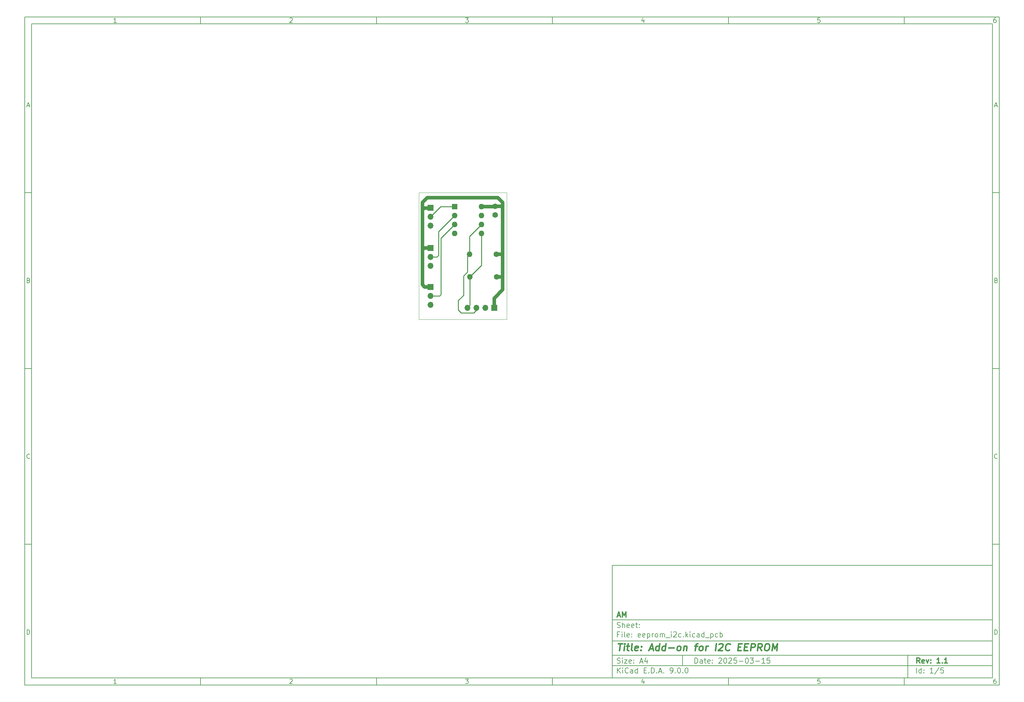
<source format=gbr>
G04 #@! TF.GenerationSoftware,KiCad,Pcbnew,9.0.0*
G04 #@! TF.CreationDate,2025-03-16T20:45:09+01:00*
G04 #@! TF.ProjectId,eeprom_i2c,65657072-6f6d-45f6-9932-632e6b696361,1.1*
G04 #@! TF.SameCoordinates,PX7459280PY5b8d800*
G04 #@! TF.FileFunction,Copper,L1,Top*
G04 #@! TF.FilePolarity,Positive*
%FSLAX46Y46*%
G04 Gerber Fmt 4.6, Leading zero omitted, Abs format (unit mm)*
G04 Created by KiCad (PCBNEW 9.0.0) date 2025-03-16 20:45:09*
%MOMM*%
%LPD*%
G01*
G04 APERTURE LIST*
%ADD10C,0.100000*%
%ADD11C,0.150000*%
%ADD12C,0.300000*%
%ADD13C,0.400000*%
G04 #@! TA.AperFunction,ComponentPad*
%ADD14C,1.600000*%
G04 #@! TD*
G04 #@! TA.AperFunction,ComponentPad*
%ADD15O,1.600000X1.600000*%
G04 #@! TD*
G04 #@! TA.AperFunction,ComponentPad*
%ADD16R,1.700000X1.700000*%
G04 #@! TD*
G04 #@! TA.AperFunction,ComponentPad*
%ADD17O,1.700000X1.700000*%
G04 #@! TD*
G04 #@! TA.AperFunction,ComponentPad*
%ADD18R,1.600000X1.600000*%
G04 #@! TD*
G04 #@! TA.AperFunction,Conductor*
%ADD19C,0.250000*%
G04 #@! TD*
G04 #@! TA.AperFunction,Conductor*
%ADD20C,1.000000*%
G04 #@! TD*
G04 #@! TA.AperFunction,Profile*
%ADD21C,0.050000*%
G04 #@! TD*
G04 APERTURE END LIST*
D10*
D11*
X55002200Y-70007200D02*
X163002200Y-70007200D01*
X163002200Y-102007200D01*
X55002200Y-102007200D01*
X55002200Y-70007200D01*
D10*
D11*
X-112000000Y86000000D02*
X165002200Y86000000D01*
X165002200Y-104007200D01*
X-112000000Y-104007200D01*
X-112000000Y86000000D01*
D10*
D11*
X-110000000Y84000000D02*
X163002200Y84000000D01*
X163002200Y-102007200D01*
X-110000000Y-102007200D01*
X-110000000Y84000000D01*
D10*
D11*
X-62000000Y84000000D02*
X-62000000Y86000000D01*
D10*
D11*
X-12000000Y84000000D02*
X-12000000Y86000000D01*
D10*
D11*
X38000000Y84000000D02*
X38000000Y86000000D01*
D10*
D11*
X88000000Y84000000D02*
X88000000Y86000000D01*
D10*
D11*
X138000000Y84000000D02*
X138000000Y86000000D01*
D10*
D11*
X-85910840Y84406396D02*
X-86653697Y84406396D01*
X-86282269Y84406396D02*
X-86282269Y85706396D01*
X-86282269Y85706396D02*
X-86406078Y85520681D01*
X-86406078Y85520681D02*
X-86529888Y85396872D01*
X-86529888Y85396872D02*
X-86653697Y85334967D01*
D10*
D11*
X-36653697Y85582586D02*
X-36591793Y85644491D01*
X-36591793Y85644491D02*
X-36467983Y85706396D01*
X-36467983Y85706396D02*
X-36158459Y85706396D01*
X-36158459Y85706396D02*
X-36034650Y85644491D01*
X-36034650Y85644491D02*
X-35972745Y85582586D01*
X-35972745Y85582586D02*
X-35910840Y85458777D01*
X-35910840Y85458777D02*
X-35910840Y85334967D01*
X-35910840Y85334967D02*
X-35972745Y85149253D01*
X-35972745Y85149253D02*
X-36715602Y84406396D01*
X-36715602Y84406396D02*
X-35910840Y84406396D01*
D10*
D11*
X13284398Y85706396D02*
X14089160Y85706396D01*
X14089160Y85706396D02*
X13655826Y85211158D01*
X13655826Y85211158D02*
X13841541Y85211158D01*
X13841541Y85211158D02*
X13965350Y85149253D01*
X13965350Y85149253D02*
X14027255Y85087348D01*
X14027255Y85087348D02*
X14089160Y84963539D01*
X14089160Y84963539D02*
X14089160Y84654015D01*
X14089160Y84654015D02*
X14027255Y84530205D01*
X14027255Y84530205D02*
X13965350Y84468300D01*
X13965350Y84468300D02*
X13841541Y84406396D01*
X13841541Y84406396D02*
X13470112Y84406396D01*
X13470112Y84406396D02*
X13346303Y84468300D01*
X13346303Y84468300D02*
X13284398Y84530205D01*
D10*
D11*
X63965350Y85273062D02*
X63965350Y84406396D01*
X63655826Y85768300D02*
X63346303Y84839729D01*
X63346303Y84839729D02*
X64151064Y84839729D01*
D10*
D11*
X114027255Y85706396D02*
X113408207Y85706396D01*
X113408207Y85706396D02*
X113346303Y85087348D01*
X113346303Y85087348D02*
X113408207Y85149253D01*
X113408207Y85149253D02*
X113532017Y85211158D01*
X113532017Y85211158D02*
X113841541Y85211158D01*
X113841541Y85211158D02*
X113965350Y85149253D01*
X113965350Y85149253D02*
X114027255Y85087348D01*
X114027255Y85087348D02*
X114089160Y84963539D01*
X114089160Y84963539D02*
X114089160Y84654015D01*
X114089160Y84654015D02*
X114027255Y84530205D01*
X114027255Y84530205D02*
X113965350Y84468300D01*
X113965350Y84468300D02*
X113841541Y84406396D01*
X113841541Y84406396D02*
X113532017Y84406396D01*
X113532017Y84406396D02*
X113408207Y84468300D01*
X113408207Y84468300D02*
X113346303Y84530205D01*
D10*
D11*
X163965350Y85706396D02*
X163717731Y85706396D01*
X163717731Y85706396D02*
X163593922Y85644491D01*
X163593922Y85644491D02*
X163532017Y85582586D01*
X163532017Y85582586D02*
X163408207Y85396872D01*
X163408207Y85396872D02*
X163346303Y85149253D01*
X163346303Y85149253D02*
X163346303Y84654015D01*
X163346303Y84654015D02*
X163408207Y84530205D01*
X163408207Y84530205D02*
X163470112Y84468300D01*
X163470112Y84468300D02*
X163593922Y84406396D01*
X163593922Y84406396D02*
X163841541Y84406396D01*
X163841541Y84406396D02*
X163965350Y84468300D01*
X163965350Y84468300D02*
X164027255Y84530205D01*
X164027255Y84530205D02*
X164089160Y84654015D01*
X164089160Y84654015D02*
X164089160Y84963539D01*
X164089160Y84963539D02*
X164027255Y85087348D01*
X164027255Y85087348D02*
X163965350Y85149253D01*
X163965350Y85149253D02*
X163841541Y85211158D01*
X163841541Y85211158D02*
X163593922Y85211158D01*
X163593922Y85211158D02*
X163470112Y85149253D01*
X163470112Y85149253D02*
X163408207Y85087348D01*
X163408207Y85087348D02*
X163346303Y84963539D01*
D10*
D11*
X-62000000Y-102007200D02*
X-62000000Y-104007200D01*
D10*
D11*
X-12000000Y-102007200D02*
X-12000000Y-104007200D01*
D10*
D11*
X38000000Y-102007200D02*
X38000000Y-104007200D01*
D10*
D11*
X88000000Y-102007200D02*
X88000000Y-104007200D01*
D10*
D11*
X138000000Y-102007200D02*
X138000000Y-104007200D01*
D10*
D11*
X-85910840Y-103600804D02*
X-86653697Y-103600804D01*
X-86282269Y-103600804D02*
X-86282269Y-102300804D01*
X-86282269Y-102300804D02*
X-86406078Y-102486519D01*
X-86406078Y-102486519D02*
X-86529888Y-102610328D01*
X-86529888Y-102610328D02*
X-86653697Y-102672233D01*
D10*
D11*
X-36653697Y-102424614D02*
X-36591793Y-102362709D01*
X-36591793Y-102362709D02*
X-36467983Y-102300804D01*
X-36467983Y-102300804D02*
X-36158459Y-102300804D01*
X-36158459Y-102300804D02*
X-36034650Y-102362709D01*
X-36034650Y-102362709D02*
X-35972745Y-102424614D01*
X-35972745Y-102424614D02*
X-35910840Y-102548423D01*
X-35910840Y-102548423D02*
X-35910840Y-102672233D01*
X-35910840Y-102672233D02*
X-35972745Y-102857947D01*
X-35972745Y-102857947D02*
X-36715602Y-103600804D01*
X-36715602Y-103600804D02*
X-35910840Y-103600804D01*
D10*
D11*
X13284398Y-102300804D02*
X14089160Y-102300804D01*
X14089160Y-102300804D02*
X13655826Y-102796042D01*
X13655826Y-102796042D02*
X13841541Y-102796042D01*
X13841541Y-102796042D02*
X13965350Y-102857947D01*
X13965350Y-102857947D02*
X14027255Y-102919852D01*
X14027255Y-102919852D02*
X14089160Y-103043661D01*
X14089160Y-103043661D02*
X14089160Y-103353185D01*
X14089160Y-103353185D02*
X14027255Y-103476995D01*
X14027255Y-103476995D02*
X13965350Y-103538900D01*
X13965350Y-103538900D02*
X13841541Y-103600804D01*
X13841541Y-103600804D02*
X13470112Y-103600804D01*
X13470112Y-103600804D02*
X13346303Y-103538900D01*
X13346303Y-103538900D02*
X13284398Y-103476995D01*
D10*
D11*
X63965350Y-102734138D02*
X63965350Y-103600804D01*
X63655826Y-102238900D02*
X63346303Y-103167471D01*
X63346303Y-103167471D02*
X64151064Y-103167471D01*
D10*
D11*
X114027255Y-102300804D02*
X113408207Y-102300804D01*
X113408207Y-102300804D02*
X113346303Y-102919852D01*
X113346303Y-102919852D02*
X113408207Y-102857947D01*
X113408207Y-102857947D02*
X113532017Y-102796042D01*
X113532017Y-102796042D02*
X113841541Y-102796042D01*
X113841541Y-102796042D02*
X113965350Y-102857947D01*
X113965350Y-102857947D02*
X114027255Y-102919852D01*
X114027255Y-102919852D02*
X114089160Y-103043661D01*
X114089160Y-103043661D02*
X114089160Y-103353185D01*
X114089160Y-103353185D02*
X114027255Y-103476995D01*
X114027255Y-103476995D02*
X113965350Y-103538900D01*
X113965350Y-103538900D02*
X113841541Y-103600804D01*
X113841541Y-103600804D02*
X113532017Y-103600804D01*
X113532017Y-103600804D02*
X113408207Y-103538900D01*
X113408207Y-103538900D02*
X113346303Y-103476995D01*
D10*
D11*
X163965350Y-102300804D02*
X163717731Y-102300804D01*
X163717731Y-102300804D02*
X163593922Y-102362709D01*
X163593922Y-102362709D02*
X163532017Y-102424614D01*
X163532017Y-102424614D02*
X163408207Y-102610328D01*
X163408207Y-102610328D02*
X163346303Y-102857947D01*
X163346303Y-102857947D02*
X163346303Y-103353185D01*
X163346303Y-103353185D02*
X163408207Y-103476995D01*
X163408207Y-103476995D02*
X163470112Y-103538900D01*
X163470112Y-103538900D02*
X163593922Y-103600804D01*
X163593922Y-103600804D02*
X163841541Y-103600804D01*
X163841541Y-103600804D02*
X163965350Y-103538900D01*
X163965350Y-103538900D02*
X164027255Y-103476995D01*
X164027255Y-103476995D02*
X164089160Y-103353185D01*
X164089160Y-103353185D02*
X164089160Y-103043661D01*
X164089160Y-103043661D02*
X164027255Y-102919852D01*
X164027255Y-102919852D02*
X163965350Y-102857947D01*
X163965350Y-102857947D02*
X163841541Y-102796042D01*
X163841541Y-102796042D02*
X163593922Y-102796042D01*
X163593922Y-102796042D02*
X163470112Y-102857947D01*
X163470112Y-102857947D02*
X163408207Y-102919852D01*
X163408207Y-102919852D02*
X163346303Y-103043661D01*
D10*
D11*
X-112000000Y36000000D02*
X-110000000Y36000000D01*
D10*
D11*
X-112000000Y-14000000D02*
X-110000000Y-14000000D01*
D10*
D11*
X-112000000Y-64000000D02*
X-110000000Y-64000000D01*
D10*
D11*
X-111309524Y60777824D02*
X-110690477Y60777824D01*
X-111433334Y60406396D02*
X-111000001Y61706396D01*
X-111000001Y61706396D02*
X-110566667Y60406396D01*
D10*
D11*
X-110907143Y11087348D02*
X-110721429Y11025443D01*
X-110721429Y11025443D02*
X-110659524Y10963539D01*
X-110659524Y10963539D02*
X-110597620Y10839729D01*
X-110597620Y10839729D02*
X-110597620Y10654015D01*
X-110597620Y10654015D02*
X-110659524Y10530205D01*
X-110659524Y10530205D02*
X-110721429Y10468300D01*
X-110721429Y10468300D02*
X-110845239Y10406396D01*
X-110845239Y10406396D02*
X-111340477Y10406396D01*
X-111340477Y10406396D02*
X-111340477Y11706396D01*
X-111340477Y11706396D02*
X-110907143Y11706396D01*
X-110907143Y11706396D02*
X-110783334Y11644491D01*
X-110783334Y11644491D02*
X-110721429Y11582586D01*
X-110721429Y11582586D02*
X-110659524Y11458777D01*
X-110659524Y11458777D02*
X-110659524Y11334967D01*
X-110659524Y11334967D02*
X-110721429Y11211158D01*
X-110721429Y11211158D02*
X-110783334Y11149253D01*
X-110783334Y11149253D02*
X-110907143Y11087348D01*
X-110907143Y11087348D02*
X-111340477Y11087348D01*
D10*
D11*
X-110597620Y-39469795D02*
X-110659524Y-39531700D01*
X-110659524Y-39531700D02*
X-110845239Y-39593604D01*
X-110845239Y-39593604D02*
X-110969048Y-39593604D01*
X-110969048Y-39593604D02*
X-111154762Y-39531700D01*
X-111154762Y-39531700D02*
X-111278572Y-39407890D01*
X-111278572Y-39407890D02*
X-111340477Y-39284080D01*
X-111340477Y-39284080D02*
X-111402381Y-39036461D01*
X-111402381Y-39036461D02*
X-111402381Y-38850747D01*
X-111402381Y-38850747D02*
X-111340477Y-38603128D01*
X-111340477Y-38603128D02*
X-111278572Y-38479319D01*
X-111278572Y-38479319D02*
X-111154762Y-38355509D01*
X-111154762Y-38355509D02*
X-110969048Y-38293604D01*
X-110969048Y-38293604D02*
X-110845239Y-38293604D01*
X-110845239Y-38293604D02*
X-110659524Y-38355509D01*
X-110659524Y-38355509D02*
X-110597620Y-38417414D01*
D10*
D11*
X-111340477Y-89593604D02*
X-111340477Y-88293604D01*
X-111340477Y-88293604D02*
X-111030953Y-88293604D01*
X-111030953Y-88293604D02*
X-110845239Y-88355509D01*
X-110845239Y-88355509D02*
X-110721429Y-88479319D01*
X-110721429Y-88479319D02*
X-110659524Y-88603128D01*
X-110659524Y-88603128D02*
X-110597620Y-88850747D01*
X-110597620Y-88850747D02*
X-110597620Y-89036461D01*
X-110597620Y-89036461D02*
X-110659524Y-89284080D01*
X-110659524Y-89284080D02*
X-110721429Y-89407890D01*
X-110721429Y-89407890D02*
X-110845239Y-89531700D01*
X-110845239Y-89531700D02*
X-111030953Y-89593604D01*
X-111030953Y-89593604D02*
X-111340477Y-89593604D01*
D10*
D11*
X165002200Y36000000D02*
X163002200Y36000000D01*
D10*
D11*
X165002200Y-14000000D02*
X163002200Y-14000000D01*
D10*
D11*
X165002200Y-64000000D02*
X163002200Y-64000000D01*
D10*
D11*
X163692676Y60777824D02*
X164311723Y60777824D01*
X163568866Y60406396D02*
X164002199Y61706396D01*
X164002199Y61706396D02*
X164435533Y60406396D01*
D10*
D11*
X164095057Y11087348D02*
X164280771Y11025443D01*
X164280771Y11025443D02*
X164342676Y10963539D01*
X164342676Y10963539D02*
X164404580Y10839729D01*
X164404580Y10839729D02*
X164404580Y10654015D01*
X164404580Y10654015D02*
X164342676Y10530205D01*
X164342676Y10530205D02*
X164280771Y10468300D01*
X164280771Y10468300D02*
X164156961Y10406396D01*
X164156961Y10406396D02*
X163661723Y10406396D01*
X163661723Y10406396D02*
X163661723Y11706396D01*
X163661723Y11706396D02*
X164095057Y11706396D01*
X164095057Y11706396D02*
X164218866Y11644491D01*
X164218866Y11644491D02*
X164280771Y11582586D01*
X164280771Y11582586D02*
X164342676Y11458777D01*
X164342676Y11458777D02*
X164342676Y11334967D01*
X164342676Y11334967D02*
X164280771Y11211158D01*
X164280771Y11211158D02*
X164218866Y11149253D01*
X164218866Y11149253D02*
X164095057Y11087348D01*
X164095057Y11087348D02*
X163661723Y11087348D01*
D10*
D11*
X164404580Y-39469795D02*
X164342676Y-39531700D01*
X164342676Y-39531700D02*
X164156961Y-39593604D01*
X164156961Y-39593604D02*
X164033152Y-39593604D01*
X164033152Y-39593604D02*
X163847438Y-39531700D01*
X163847438Y-39531700D02*
X163723628Y-39407890D01*
X163723628Y-39407890D02*
X163661723Y-39284080D01*
X163661723Y-39284080D02*
X163599819Y-39036461D01*
X163599819Y-39036461D02*
X163599819Y-38850747D01*
X163599819Y-38850747D02*
X163661723Y-38603128D01*
X163661723Y-38603128D02*
X163723628Y-38479319D01*
X163723628Y-38479319D02*
X163847438Y-38355509D01*
X163847438Y-38355509D02*
X164033152Y-38293604D01*
X164033152Y-38293604D02*
X164156961Y-38293604D01*
X164156961Y-38293604D02*
X164342676Y-38355509D01*
X164342676Y-38355509D02*
X164404580Y-38417414D01*
D10*
D11*
X163661723Y-89593604D02*
X163661723Y-88293604D01*
X163661723Y-88293604D02*
X163971247Y-88293604D01*
X163971247Y-88293604D02*
X164156961Y-88355509D01*
X164156961Y-88355509D02*
X164280771Y-88479319D01*
X164280771Y-88479319D02*
X164342676Y-88603128D01*
X164342676Y-88603128D02*
X164404580Y-88850747D01*
X164404580Y-88850747D02*
X164404580Y-89036461D01*
X164404580Y-89036461D02*
X164342676Y-89284080D01*
X164342676Y-89284080D02*
X164280771Y-89407890D01*
X164280771Y-89407890D02*
X164156961Y-89531700D01*
X164156961Y-89531700D02*
X163971247Y-89593604D01*
X163971247Y-89593604D02*
X163661723Y-89593604D01*
D10*
D11*
X78458026Y-97793328D02*
X78458026Y-96293328D01*
X78458026Y-96293328D02*
X78815169Y-96293328D01*
X78815169Y-96293328D02*
X79029455Y-96364757D01*
X79029455Y-96364757D02*
X79172312Y-96507614D01*
X79172312Y-96507614D02*
X79243741Y-96650471D01*
X79243741Y-96650471D02*
X79315169Y-96936185D01*
X79315169Y-96936185D02*
X79315169Y-97150471D01*
X79315169Y-97150471D02*
X79243741Y-97436185D01*
X79243741Y-97436185D02*
X79172312Y-97579042D01*
X79172312Y-97579042D02*
X79029455Y-97721900D01*
X79029455Y-97721900D02*
X78815169Y-97793328D01*
X78815169Y-97793328D02*
X78458026Y-97793328D01*
X80600884Y-97793328D02*
X80600884Y-97007614D01*
X80600884Y-97007614D02*
X80529455Y-96864757D01*
X80529455Y-96864757D02*
X80386598Y-96793328D01*
X80386598Y-96793328D02*
X80100884Y-96793328D01*
X80100884Y-96793328D02*
X79958026Y-96864757D01*
X80600884Y-97721900D02*
X80458026Y-97793328D01*
X80458026Y-97793328D02*
X80100884Y-97793328D01*
X80100884Y-97793328D02*
X79958026Y-97721900D01*
X79958026Y-97721900D02*
X79886598Y-97579042D01*
X79886598Y-97579042D02*
X79886598Y-97436185D01*
X79886598Y-97436185D02*
X79958026Y-97293328D01*
X79958026Y-97293328D02*
X80100884Y-97221900D01*
X80100884Y-97221900D02*
X80458026Y-97221900D01*
X80458026Y-97221900D02*
X80600884Y-97150471D01*
X81100884Y-96793328D02*
X81672312Y-96793328D01*
X81315169Y-96293328D02*
X81315169Y-97579042D01*
X81315169Y-97579042D02*
X81386598Y-97721900D01*
X81386598Y-97721900D02*
X81529455Y-97793328D01*
X81529455Y-97793328D02*
X81672312Y-97793328D01*
X82743741Y-97721900D02*
X82600884Y-97793328D01*
X82600884Y-97793328D02*
X82315170Y-97793328D01*
X82315170Y-97793328D02*
X82172312Y-97721900D01*
X82172312Y-97721900D02*
X82100884Y-97579042D01*
X82100884Y-97579042D02*
X82100884Y-97007614D01*
X82100884Y-97007614D02*
X82172312Y-96864757D01*
X82172312Y-96864757D02*
X82315170Y-96793328D01*
X82315170Y-96793328D02*
X82600884Y-96793328D01*
X82600884Y-96793328D02*
X82743741Y-96864757D01*
X82743741Y-96864757D02*
X82815170Y-97007614D01*
X82815170Y-97007614D02*
X82815170Y-97150471D01*
X82815170Y-97150471D02*
X82100884Y-97293328D01*
X83458026Y-97650471D02*
X83529455Y-97721900D01*
X83529455Y-97721900D02*
X83458026Y-97793328D01*
X83458026Y-97793328D02*
X83386598Y-97721900D01*
X83386598Y-97721900D02*
X83458026Y-97650471D01*
X83458026Y-97650471D02*
X83458026Y-97793328D01*
X83458026Y-96864757D02*
X83529455Y-96936185D01*
X83529455Y-96936185D02*
X83458026Y-97007614D01*
X83458026Y-97007614D02*
X83386598Y-96936185D01*
X83386598Y-96936185D02*
X83458026Y-96864757D01*
X83458026Y-96864757D02*
X83458026Y-97007614D01*
X85243741Y-96436185D02*
X85315169Y-96364757D01*
X85315169Y-96364757D02*
X85458027Y-96293328D01*
X85458027Y-96293328D02*
X85815169Y-96293328D01*
X85815169Y-96293328D02*
X85958027Y-96364757D01*
X85958027Y-96364757D02*
X86029455Y-96436185D01*
X86029455Y-96436185D02*
X86100884Y-96579042D01*
X86100884Y-96579042D02*
X86100884Y-96721900D01*
X86100884Y-96721900D02*
X86029455Y-96936185D01*
X86029455Y-96936185D02*
X85172312Y-97793328D01*
X85172312Y-97793328D02*
X86100884Y-97793328D01*
X87029455Y-96293328D02*
X87172312Y-96293328D01*
X87172312Y-96293328D02*
X87315169Y-96364757D01*
X87315169Y-96364757D02*
X87386598Y-96436185D01*
X87386598Y-96436185D02*
X87458026Y-96579042D01*
X87458026Y-96579042D02*
X87529455Y-96864757D01*
X87529455Y-96864757D02*
X87529455Y-97221900D01*
X87529455Y-97221900D02*
X87458026Y-97507614D01*
X87458026Y-97507614D02*
X87386598Y-97650471D01*
X87386598Y-97650471D02*
X87315169Y-97721900D01*
X87315169Y-97721900D02*
X87172312Y-97793328D01*
X87172312Y-97793328D02*
X87029455Y-97793328D01*
X87029455Y-97793328D02*
X86886598Y-97721900D01*
X86886598Y-97721900D02*
X86815169Y-97650471D01*
X86815169Y-97650471D02*
X86743740Y-97507614D01*
X86743740Y-97507614D02*
X86672312Y-97221900D01*
X86672312Y-97221900D02*
X86672312Y-96864757D01*
X86672312Y-96864757D02*
X86743740Y-96579042D01*
X86743740Y-96579042D02*
X86815169Y-96436185D01*
X86815169Y-96436185D02*
X86886598Y-96364757D01*
X86886598Y-96364757D02*
X87029455Y-96293328D01*
X88100883Y-96436185D02*
X88172311Y-96364757D01*
X88172311Y-96364757D02*
X88315169Y-96293328D01*
X88315169Y-96293328D02*
X88672311Y-96293328D01*
X88672311Y-96293328D02*
X88815169Y-96364757D01*
X88815169Y-96364757D02*
X88886597Y-96436185D01*
X88886597Y-96436185D02*
X88958026Y-96579042D01*
X88958026Y-96579042D02*
X88958026Y-96721900D01*
X88958026Y-96721900D02*
X88886597Y-96936185D01*
X88886597Y-96936185D02*
X88029454Y-97793328D01*
X88029454Y-97793328D02*
X88958026Y-97793328D01*
X90315168Y-96293328D02*
X89600882Y-96293328D01*
X89600882Y-96293328D02*
X89529454Y-97007614D01*
X89529454Y-97007614D02*
X89600882Y-96936185D01*
X89600882Y-96936185D02*
X89743740Y-96864757D01*
X89743740Y-96864757D02*
X90100882Y-96864757D01*
X90100882Y-96864757D02*
X90243740Y-96936185D01*
X90243740Y-96936185D02*
X90315168Y-97007614D01*
X90315168Y-97007614D02*
X90386597Y-97150471D01*
X90386597Y-97150471D02*
X90386597Y-97507614D01*
X90386597Y-97507614D02*
X90315168Y-97650471D01*
X90315168Y-97650471D02*
X90243740Y-97721900D01*
X90243740Y-97721900D02*
X90100882Y-97793328D01*
X90100882Y-97793328D02*
X89743740Y-97793328D01*
X89743740Y-97793328D02*
X89600882Y-97721900D01*
X89600882Y-97721900D02*
X89529454Y-97650471D01*
X91029453Y-97221900D02*
X92172311Y-97221900D01*
X93172311Y-96293328D02*
X93315168Y-96293328D01*
X93315168Y-96293328D02*
X93458025Y-96364757D01*
X93458025Y-96364757D02*
X93529454Y-96436185D01*
X93529454Y-96436185D02*
X93600882Y-96579042D01*
X93600882Y-96579042D02*
X93672311Y-96864757D01*
X93672311Y-96864757D02*
X93672311Y-97221900D01*
X93672311Y-97221900D02*
X93600882Y-97507614D01*
X93600882Y-97507614D02*
X93529454Y-97650471D01*
X93529454Y-97650471D02*
X93458025Y-97721900D01*
X93458025Y-97721900D02*
X93315168Y-97793328D01*
X93315168Y-97793328D02*
X93172311Y-97793328D01*
X93172311Y-97793328D02*
X93029454Y-97721900D01*
X93029454Y-97721900D02*
X92958025Y-97650471D01*
X92958025Y-97650471D02*
X92886596Y-97507614D01*
X92886596Y-97507614D02*
X92815168Y-97221900D01*
X92815168Y-97221900D02*
X92815168Y-96864757D01*
X92815168Y-96864757D02*
X92886596Y-96579042D01*
X92886596Y-96579042D02*
X92958025Y-96436185D01*
X92958025Y-96436185D02*
X93029454Y-96364757D01*
X93029454Y-96364757D02*
X93172311Y-96293328D01*
X94172310Y-96293328D02*
X95100882Y-96293328D01*
X95100882Y-96293328D02*
X94600882Y-96864757D01*
X94600882Y-96864757D02*
X94815167Y-96864757D01*
X94815167Y-96864757D02*
X94958025Y-96936185D01*
X94958025Y-96936185D02*
X95029453Y-97007614D01*
X95029453Y-97007614D02*
X95100882Y-97150471D01*
X95100882Y-97150471D02*
X95100882Y-97507614D01*
X95100882Y-97507614D02*
X95029453Y-97650471D01*
X95029453Y-97650471D02*
X94958025Y-97721900D01*
X94958025Y-97721900D02*
X94815167Y-97793328D01*
X94815167Y-97793328D02*
X94386596Y-97793328D01*
X94386596Y-97793328D02*
X94243739Y-97721900D01*
X94243739Y-97721900D02*
X94172310Y-97650471D01*
X95743738Y-97221900D02*
X96886596Y-97221900D01*
X98386596Y-97793328D02*
X97529453Y-97793328D01*
X97958024Y-97793328D02*
X97958024Y-96293328D01*
X97958024Y-96293328D02*
X97815167Y-96507614D01*
X97815167Y-96507614D02*
X97672310Y-96650471D01*
X97672310Y-96650471D02*
X97529453Y-96721900D01*
X99743738Y-96293328D02*
X99029452Y-96293328D01*
X99029452Y-96293328D02*
X98958024Y-97007614D01*
X98958024Y-97007614D02*
X99029452Y-96936185D01*
X99029452Y-96936185D02*
X99172310Y-96864757D01*
X99172310Y-96864757D02*
X99529452Y-96864757D01*
X99529452Y-96864757D02*
X99672310Y-96936185D01*
X99672310Y-96936185D02*
X99743738Y-97007614D01*
X99743738Y-97007614D02*
X99815167Y-97150471D01*
X99815167Y-97150471D02*
X99815167Y-97507614D01*
X99815167Y-97507614D02*
X99743738Y-97650471D01*
X99743738Y-97650471D02*
X99672310Y-97721900D01*
X99672310Y-97721900D02*
X99529452Y-97793328D01*
X99529452Y-97793328D02*
X99172310Y-97793328D01*
X99172310Y-97793328D02*
X99029452Y-97721900D01*
X99029452Y-97721900D02*
X98958024Y-97650471D01*
D10*
D11*
X55002200Y-98507200D02*
X163002200Y-98507200D01*
D10*
D11*
X56458026Y-100593328D02*
X56458026Y-99093328D01*
X57315169Y-100593328D02*
X56672312Y-99736185D01*
X57315169Y-99093328D02*
X56458026Y-99950471D01*
X57958026Y-100593328D02*
X57958026Y-99593328D01*
X57958026Y-99093328D02*
X57886598Y-99164757D01*
X57886598Y-99164757D02*
X57958026Y-99236185D01*
X57958026Y-99236185D02*
X58029455Y-99164757D01*
X58029455Y-99164757D02*
X57958026Y-99093328D01*
X57958026Y-99093328D02*
X57958026Y-99236185D01*
X59529455Y-100450471D02*
X59458027Y-100521900D01*
X59458027Y-100521900D02*
X59243741Y-100593328D01*
X59243741Y-100593328D02*
X59100884Y-100593328D01*
X59100884Y-100593328D02*
X58886598Y-100521900D01*
X58886598Y-100521900D02*
X58743741Y-100379042D01*
X58743741Y-100379042D02*
X58672312Y-100236185D01*
X58672312Y-100236185D02*
X58600884Y-99950471D01*
X58600884Y-99950471D02*
X58600884Y-99736185D01*
X58600884Y-99736185D02*
X58672312Y-99450471D01*
X58672312Y-99450471D02*
X58743741Y-99307614D01*
X58743741Y-99307614D02*
X58886598Y-99164757D01*
X58886598Y-99164757D02*
X59100884Y-99093328D01*
X59100884Y-99093328D02*
X59243741Y-99093328D01*
X59243741Y-99093328D02*
X59458027Y-99164757D01*
X59458027Y-99164757D02*
X59529455Y-99236185D01*
X60815170Y-100593328D02*
X60815170Y-99807614D01*
X60815170Y-99807614D02*
X60743741Y-99664757D01*
X60743741Y-99664757D02*
X60600884Y-99593328D01*
X60600884Y-99593328D02*
X60315170Y-99593328D01*
X60315170Y-99593328D02*
X60172312Y-99664757D01*
X60815170Y-100521900D02*
X60672312Y-100593328D01*
X60672312Y-100593328D02*
X60315170Y-100593328D01*
X60315170Y-100593328D02*
X60172312Y-100521900D01*
X60172312Y-100521900D02*
X60100884Y-100379042D01*
X60100884Y-100379042D02*
X60100884Y-100236185D01*
X60100884Y-100236185D02*
X60172312Y-100093328D01*
X60172312Y-100093328D02*
X60315170Y-100021900D01*
X60315170Y-100021900D02*
X60672312Y-100021900D01*
X60672312Y-100021900D02*
X60815170Y-99950471D01*
X62172313Y-100593328D02*
X62172313Y-99093328D01*
X62172313Y-100521900D02*
X62029455Y-100593328D01*
X62029455Y-100593328D02*
X61743741Y-100593328D01*
X61743741Y-100593328D02*
X61600884Y-100521900D01*
X61600884Y-100521900D02*
X61529455Y-100450471D01*
X61529455Y-100450471D02*
X61458027Y-100307614D01*
X61458027Y-100307614D02*
X61458027Y-99879042D01*
X61458027Y-99879042D02*
X61529455Y-99736185D01*
X61529455Y-99736185D02*
X61600884Y-99664757D01*
X61600884Y-99664757D02*
X61743741Y-99593328D01*
X61743741Y-99593328D02*
X62029455Y-99593328D01*
X62029455Y-99593328D02*
X62172313Y-99664757D01*
X64029455Y-99807614D02*
X64529455Y-99807614D01*
X64743741Y-100593328D02*
X64029455Y-100593328D01*
X64029455Y-100593328D02*
X64029455Y-99093328D01*
X64029455Y-99093328D02*
X64743741Y-99093328D01*
X65386598Y-100450471D02*
X65458027Y-100521900D01*
X65458027Y-100521900D02*
X65386598Y-100593328D01*
X65386598Y-100593328D02*
X65315170Y-100521900D01*
X65315170Y-100521900D02*
X65386598Y-100450471D01*
X65386598Y-100450471D02*
X65386598Y-100593328D01*
X66100884Y-100593328D02*
X66100884Y-99093328D01*
X66100884Y-99093328D02*
X66458027Y-99093328D01*
X66458027Y-99093328D02*
X66672313Y-99164757D01*
X66672313Y-99164757D02*
X66815170Y-99307614D01*
X66815170Y-99307614D02*
X66886599Y-99450471D01*
X66886599Y-99450471D02*
X66958027Y-99736185D01*
X66958027Y-99736185D02*
X66958027Y-99950471D01*
X66958027Y-99950471D02*
X66886599Y-100236185D01*
X66886599Y-100236185D02*
X66815170Y-100379042D01*
X66815170Y-100379042D02*
X66672313Y-100521900D01*
X66672313Y-100521900D02*
X66458027Y-100593328D01*
X66458027Y-100593328D02*
X66100884Y-100593328D01*
X67600884Y-100450471D02*
X67672313Y-100521900D01*
X67672313Y-100521900D02*
X67600884Y-100593328D01*
X67600884Y-100593328D02*
X67529456Y-100521900D01*
X67529456Y-100521900D02*
X67600884Y-100450471D01*
X67600884Y-100450471D02*
X67600884Y-100593328D01*
X68243742Y-100164757D02*
X68958028Y-100164757D01*
X68100885Y-100593328D02*
X68600885Y-99093328D01*
X68600885Y-99093328D02*
X69100885Y-100593328D01*
X69600884Y-100450471D02*
X69672313Y-100521900D01*
X69672313Y-100521900D02*
X69600884Y-100593328D01*
X69600884Y-100593328D02*
X69529456Y-100521900D01*
X69529456Y-100521900D02*
X69600884Y-100450471D01*
X69600884Y-100450471D02*
X69600884Y-100593328D01*
X71529456Y-100593328D02*
X71815170Y-100593328D01*
X71815170Y-100593328D02*
X71958027Y-100521900D01*
X71958027Y-100521900D02*
X72029456Y-100450471D01*
X72029456Y-100450471D02*
X72172313Y-100236185D01*
X72172313Y-100236185D02*
X72243742Y-99950471D01*
X72243742Y-99950471D02*
X72243742Y-99379042D01*
X72243742Y-99379042D02*
X72172313Y-99236185D01*
X72172313Y-99236185D02*
X72100885Y-99164757D01*
X72100885Y-99164757D02*
X71958027Y-99093328D01*
X71958027Y-99093328D02*
X71672313Y-99093328D01*
X71672313Y-99093328D02*
X71529456Y-99164757D01*
X71529456Y-99164757D02*
X71458027Y-99236185D01*
X71458027Y-99236185D02*
X71386599Y-99379042D01*
X71386599Y-99379042D02*
X71386599Y-99736185D01*
X71386599Y-99736185D02*
X71458027Y-99879042D01*
X71458027Y-99879042D02*
X71529456Y-99950471D01*
X71529456Y-99950471D02*
X71672313Y-100021900D01*
X71672313Y-100021900D02*
X71958027Y-100021900D01*
X71958027Y-100021900D02*
X72100885Y-99950471D01*
X72100885Y-99950471D02*
X72172313Y-99879042D01*
X72172313Y-99879042D02*
X72243742Y-99736185D01*
X72886598Y-100450471D02*
X72958027Y-100521900D01*
X72958027Y-100521900D02*
X72886598Y-100593328D01*
X72886598Y-100593328D02*
X72815170Y-100521900D01*
X72815170Y-100521900D02*
X72886598Y-100450471D01*
X72886598Y-100450471D02*
X72886598Y-100593328D01*
X73886599Y-99093328D02*
X74029456Y-99093328D01*
X74029456Y-99093328D02*
X74172313Y-99164757D01*
X74172313Y-99164757D02*
X74243742Y-99236185D01*
X74243742Y-99236185D02*
X74315170Y-99379042D01*
X74315170Y-99379042D02*
X74386599Y-99664757D01*
X74386599Y-99664757D02*
X74386599Y-100021900D01*
X74386599Y-100021900D02*
X74315170Y-100307614D01*
X74315170Y-100307614D02*
X74243742Y-100450471D01*
X74243742Y-100450471D02*
X74172313Y-100521900D01*
X74172313Y-100521900D02*
X74029456Y-100593328D01*
X74029456Y-100593328D02*
X73886599Y-100593328D01*
X73886599Y-100593328D02*
X73743742Y-100521900D01*
X73743742Y-100521900D02*
X73672313Y-100450471D01*
X73672313Y-100450471D02*
X73600884Y-100307614D01*
X73600884Y-100307614D02*
X73529456Y-100021900D01*
X73529456Y-100021900D02*
X73529456Y-99664757D01*
X73529456Y-99664757D02*
X73600884Y-99379042D01*
X73600884Y-99379042D02*
X73672313Y-99236185D01*
X73672313Y-99236185D02*
X73743742Y-99164757D01*
X73743742Y-99164757D02*
X73886599Y-99093328D01*
X75029455Y-100450471D02*
X75100884Y-100521900D01*
X75100884Y-100521900D02*
X75029455Y-100593328D01*
X75029455Y-100593328D02*
X74958027Y-100521900D01*
X74958027Y-100521900D02*
X75029455Y-100450471D01*
X75029455Y-100450471D02*
X75029455Y-100593328D01*
X76029456Y-99093328D02*
X76172313Y-99093328D01*
X76172313Y-99093328D02*
X76315170Y-99164757D01*
X76315170Y-99164757D02*
X76386599Y-99236185D01*
X76386599Y-99236185D02*
X76458027Y-99379042D01*
X76458027Y-99379042D02*
X76529456Y-99664757D01*
X76529456Y-99664757D02*
X76529456Y-100021900D01*
X76529456Y-100021900D02*
X76458027Y-100307614D01*
X76458027Y-100307614D02*
X76386599Y-100450471D01*
X76386599Y-100450471D02*
X76315170Y-100521900D01*
X76315170Y-100521900D02*
X76172313Y-100593328D01*
X76172313Y-100593328D02*
X76029456Y-100593328D01*
X76029456Y-100593328D02*
X75886599Y-100521900D01*
X75886599Y-100521900D02*
X75815170Y-100450471D01*
X75815170Y-100450471D02*
X75743741Y-100307614D01*
X75743741Y-100307614D02*
X75672313Y-100021900D01*
X75672313Y-100021900D02*
X75672313Y-99664757D01*
X75672313Y-99664757D02*
X75743741Y-99379042D01*
X75743741Y-99379042D02*
X75815170Y-99236185D01*
X75815170Y-99236185D02*
X75886599Y-99164757D01*
X75886599Y-99164757D02*
X76029456Y-99093328D01*
D10*
D11*
X55002200Y-95507200D02*
X163002200Y-95507200D01*
D10*
D12*
X142413853Y-97785528D02*
X141913853Y-97071242D01*
X141556710Y-97785528D02*
X141556710Y-96285528D01*
X141556710Y-96285528D02*
X142128139Y-96285528D01*
X142128139Y-96285528D02*
X142270996Y-96356957D01*
X142270996Y-96356957D02*
X142342425Y-96428385D01*
X142342425Y-96428385D02*
X142413853Y-96571242D01*
X142413853Y-96571242D02*
X142413853Y-96785528D01*
X142413853Y-96785528D02*
X142342425Y-96928385D01*
X142342425Y-96928385D02*
X142270996Y-96999814D01*
X142270996Y-96999814D02*
X142128139Y-97071242D01*
X142128139Y-97071242D02*
X141556710Y-97071242D01*
X143628139Y-97714100D02*
X143485282Y-97785528D01*
X143485282Y-97785528D02*
X143199568Y-97785528D01*
X143199568Y-97785528D02*
X143056710Y-97714100D01*
X143056710Y-97714100D02*
X142985282Y-97571242D01*
X142985282Y-97571242D02*
X142985282Y-96999814D01*
X142985282Y-96999814D02*
X143056710Y-96856957D01*
X143056710Y-96856957D02*
X143199568Y-96785528D01*
X143199568Y-96785528D02*
X143485282Y-96785528D01*
X143485282Y-96785528D02*
X143628139Y-96856957D01*
X143628139Y-96856957D02*
X143699568Y-96999814D01*
X143699568Y-96999814D02*
X143699568Y-97142671D01*
X143699568Y-97142671D02*
X142985282Y-97285528D01*
X144199567Y-96785528D02*
X144556710Y-97785528D01*
X144556710Y-97785528D02*
X144913853Y-96785528D01*
X145485281Y-97642671D02*
X145556710Y-97714100D01*
X145556710Y-97714100D02*
X145485281Y-97785528D01*
X145485281Y-97785528D02*
X145413853Y-97714100D01*
X145413853Y-97714100D02*
X145485281Y-97642671D01*
X145485281Y-97642671D02*
X145485281Y-97785528D01*
X145485281Y-96856957D02*
X145556710Y-96928385D01*
X145556710Y-96928385D02*
X145485281Y-96999814D01*
X145485281Y-96999814D02*
X145413853Y-96928385D01*
X145413853Y-96928385D02*
X145485281Y-96856957D01*
X145485281Y-96856957D02*
X145485281Y-96999814D01*
X148128139Y-97785528D02*
X147270996Y-97785528D01*
X147699567Y-97785528D02*
X147699567Y-96285528D01*
X147699567Y-96285528D02*
X147556710Y-96499814D01*
X147556710Y-96499814D02*
X147413853Y-96642671D01*
X147413853Y-96642671D02*
X147270996Y-96714100D01*
X148770995Y-97642671D02*
X148842424Y-97714100D01*
X148842424Y-97714100D02*
X148770995Y-97785528D01*
X148770995Y-97785528D02*
X148699567Y-97714100D01*
X148699567Y-97714100D02*
X148770995Y-97642671D01*
X148770995Y-97642671D02*
X148770995Y-97785528D01*
X150270996Y-97785528D02*
X149413853Y-97785528D01*
X149842424Y-97785528D02*
X149842424Y-96285528D01*
X149842424Y-96285528D02*
X149699567Y-96499814D01*
X149699567Y-96499814D02*
X149556710Y-96642671D01*
X149556710Y-96642671D02*
X149413853Y-96714100D01*
D10*
D11*
X56386598Y-97721900D02*
X56600884Y-97793328D01*
X56600884Y-97793328D02*
X56958026Y-97793328D01*
X56958026Y-97793328D02*
X57100884Y-97721900D01*
X57100884Y-97721900D02*
X57172312Y-97650471D01*
X57172312Y-97650471D02*
X57243741Y-97507614D01*
X57243741Y-97507614D02*
X57243741Y-97364757D01*
X57243741Y-97364757D02*
X57172312Y-97221900D01*
X57172312Y-97221900D02*
X57100884Y-97150471D01*
X57100884Y-97150471D02*
X56958026Y-97079042D01*
X56958026Y-97079042D02*
X56672312Y-97007614D01*
X56672312Y-97007614D02*
X56529455Y-96936185D01*
X56529455Y-96936185D02*
X56458026Y-96864757D01*
X56458026Y-96864757D02*
X56386598Y-96721900D01*
X56386598Y-96721900D02*
X56386598Y-96579042D01*
X56386598Y-96579042D02*
X56458026Y-96436185D01*
X56458026Y-96436185D02*
X56529455Y-96364757D01*
X56529455Y-96364757D02*
X56672312Y-96293328D01*
X56672312Y-96293328D02*
X57029455Y-96293328D01*
X57029455Y-96293328D02*
X57243741Y-96364757D01*
X57886597Y-97793328D02*
X57886597Y-96793328D01*
X57886597Y-96293328D02*
X57815169Y-96364757D01*
X57815169Y-96364757D02*
X57886597Y-96436185D01*
X57886597Y-96436185D02*
X57958026Y-96364757D01*
X57958026Y-96364757D02*
X57886597Y-96293328D01*
X57886597Y-96293328D02*
X57886597Y-96436185D01*
X58458026Y-96793328D02*
X59243741Y-96793328D01*
X59243741Y-96793328D02*
X58458026Y-97793328D01*
X58458026Y-97793328D02*
X59243741Y-97793328D01*
X60386598Y-97721900D02*
X60243741Y-97793328D01*
X60243741Y-97793328D02*
X59958027Y-97793328D01*
X59958027Y-97793328D02*
X59815169Y-97721900D01*
X59815169Y-97721900D02*
X59743741Y-97579042D01*
X59743741Y-97579042D02*
X59743741Y-97007614D01*
X59743741Y-97007614D02*
X59815169Y-96864757D01*
X59815169Y-96864757D02*
X59958027Y-96793328D01*
X59958027Y-96793328D02*
X60243741Y-96793328D01*
X60243741Y-96793328D02*
X60386598Y-96864757D01*
X60386598Y-96864757D02*
X60458027Y-97007614D01*
X60458027Y-97007614D02*
X60458027Y-97150471D01*
X60458027Y-97150471D02*
X59743741Y-97293328D01*
X61100883Y-97650471D02*
X61172312Y-97721900D01*
X61172312Y-97721900D02*
X61100883Y-97793328D01*
X61100883Y-97793328D02*
X61029455Y-97721900D01*
X61029455Y-97721900D02*
X61100883Y-97650471D01*
X61100883Y-97650471D02*
X61100883Y-97793328D01*
X61100883Y-96864757D02*
X61172312Y-96936185D01*
X61172312Y-96936185D02*
X61100883Y-97007614D01*
X61100883Y-97007614D02*
X61029455Y-96936185D01*
X61029455Y-96936185D02*
X61100883Y-96864757D01*
X61100883Y-96864757D02*
X61100883Y-97007614D01*
X62886598Y-97364757D02*
X63600884Y-97364757D01*
X62743741Y-97793328D02*
X63243741Y-96293328D01*
X63243741Y-96293328D02*
X63743741Y-97793328D01*
X64886598Y-96793328D02*
X64886598Y-97793328D01*
X64529455Y-96221900D02*
X64172312Y-97293328D01*
X64172312Y-97293328D02*
X65100883Y-97293328D01*
D10*
D11*
X141458026Y-100593328D02*
X141458026Y-99093328D01*
X142815170Y-100593328D02*
X142815170Y-99093328D01*
X142815170Y-100521900D02*
X142672312Y-100593328D01*
X142672312Y-100593328D02*
X142386598Y-100593328D01*
X142386598Y-100593328D02*
X142243741Y-100521900D01*
X142243741Y-100521900D02*
X142172312Y-100450471D01*
X142172312Y-100450471D02*
X142100884Y-100307614D01*
X142100884Y-100307614D02*
X142100884Y-99879042D01*
X142100884Y-99879042D02*
X142172312Y-99736185D01*
X142172312Y-99736185D02*
X142243741Y-99664757D01*
X142243741Y-99664757D02*
X142386598Y-99593328D01*
X142386598Y-99593328D02*
X142672312Y-99593328D01*
X142672312Y-99593328D02*
X142815170Y-99664757D01*
X143529455Y-100450471D02*
X143600884Y-100521900D01*
X143600884Y-100521900D02*
X143529455Y-100593328D01*
X143529455Y-100593328D02*
X143458027Y-100521900D01*
X143458027Y-100521900D02*
X143529455Y-100450471D01*
X143529455Y-100450471D02*
X143529455Y-100593328D01*
X143529455Y-99664757D02*
X143600884Y-99736185D01*
X143600884Y-99736185D02*
X143529455Y-99807614D01*
X143529455Y-99807614D02*
X143458027Y-99736185D01*
X143458027Y-99736185D02*
X143529455Y-99664757D01*
X143529455Y-99664757D02*
X143529455Y-99807614D01*
X146172313Y-100593328D02*
X145315170Y-100593328D01*
X145743741Y-100593328D02*
X145743741Y-99093328D01*
X145743741Y-99093328D02*
X145600884Y-99307614D01*
X145600884Y-99307614D02*
X145458027Y-99450471D01*
X145458027Y-99450471D02*
X145315170Y-99521900D01*
X147886598Y-99021900D02*
X146600884Y-100950471D01*
X149100884Y-99093328D02*
X148386598Y-99093328D01*
X148386598Y-99093328D02*
X148315170Y-99807614D01*
X148315170Y-99807614D02*
X148386598Y-99736185D01*
X148386598Y-99736185D02*
X148529456Y-99664757D01*
X148529456Y-99664757D02*
X148886598Y-99664757D01*
X148886598Y-99664757D02*
X149029456Y-99736185D01*
X149029456Y-99736185D02*
X149100884Y-99807614D01*
X149100884Y-99807614D02*
X149172313Y-99950471D01*
X149172313Y-99950471D02*
X149172313Y-100307614D01*
X149172313Y-100307614D02*
X149100884Y-100450471D01*
X149100884Y-100450471D02*
X149029456Y-100521900D01*
X149029456Y-100521900D02*
X148886598Y-100593328D01*
X148886598Y-100593328D02*
X148529456Y-100593328D01*
X148529456Y-100593328D02*
X148386598Y-100521900D01*
X148386598Y-100521900D02*
X148315170Y-100450471D01*
D10*
D11*
X55002200Y-91507200D02*
X163002200Y-91507200D01*
D10*
D13*
X56693928Y-92211638D02*
X57836785Y-92211638D01*
X57015357Y-94211638D02*
X57265357Y-92211638D01*
X58253452Y-94211638D02*
X58420119Y-92878304D01*
X58503452Y-92211638D02*
X58396309Y-92306876D01*
X58396309Y-92306876D02*
X58479643Y-92402114D01*
X58479643Y-92402114D02*
X58586786Y-92306876D01*
X58586786Y-92306876D02*
X58503452Y-92211638D01*
X58503452Y-92211638D02*
X58479643Y-92402114D01*
X59086786Y-92878304D02*
X59848690Y-92878304D01*
X59455833Y-92211638D02*
X59241548Y-93925923D01*
X59241548Y-93925923D02*
X59312976Y-94116400D01*
X59312976Y-94116400D02*
X59491548Y-94211638D01*
X59491548Y-94211638D02*
X59682024Y-94211638D01*
X60634405Y-94211638D02*
X60455833Y-94116400D01*
X60455833Y-94116400D02*
X60384405Y-93925923D01*
X60384405Y-93925923D02*
X60598690Y-92211638D01*
X62170119Y-94116400D02*
X61967738Y-94211638D01*
X61967738Y-94211638D02*
X61586785Y-94211638D01*
X61586785Y-94211638D02*
X61408214Y-94116400D01*
X61408214Y-94116400D02*
X61336785Y-93925923D01*
X61336785Y-93925923D02*
X61432024Y-93164019D01*
X61432024Y-93164019D02*
X61551071Y-92973542D01*
X61551071Y-92973542D02*
X61753452Y-92878304D01*
X61753452Y-92878304D02*
X62134404Y-92878304D01*
X62134404Y-92878304D02*
X62312976Y-92973542D01*
X62312976Y-92973542D02*
X62384404Y-93164019D01*
X62384404Y-93164019D02*
X62360595Y-93354495D01*
X62360595Y-93354495D02*
X61384404Y-93544971D01*
X63134405Y-94021161D02*
X63217738Y-94116400D01*
X63217738Y-94116400D02*
X63110595Y-94211638D01*
X63110595Y-94211638D02*
X63027262Y-94116400D01*
X63027262Y-94116400D02*
X63134405Y-94021161D01*
X63134405Y-94021161D02*
X63110595Y-94211638D01*
X63265357Y-92973542D02*
X63348690Y-93068780D01*
X63348690Y-93068780D02*
X63241548Y-93164019D01*
X63241548Y-93164019D02*
X63158214Y-93068780D01*
X63158214Y-93068780D02*
X63265357Y-92973542D01*
X63265357Y-92973542D02*
X63241548Y-93164019D01*
X65562977Y-93640209D02*
X66515358Y-93640209D01*
X65301072Y-94211638D02*
X66217739Y-92211638D01*
X66217739Y-92211638D02*
X66634405Y-94211638D01*
X68158215Y-94211638D02*
X68408215Y-92211638D01*
X68170120Y-94116400D02*
X67967739Y-94211638D01*
X67967739Y-94211638D02*
X67586787Y-94211638D01*
X67586787Y-94211638D02*
X67408215Y-94116400D01*
X67408215Y-94116400D02*
X67324882Y-94021161D01*
X67324882Y-94021161D02*
X67253453Y-93830685D01*
X67253453Y-93830685D02*
X67324882Y-93259257D01*
X67324882Y-93259257D02*
X67443929Y-93068780D01*
X67443929Y-93068780D02*
X67551072Y-92973542D01*
X67551072Y-92973542D02*
X67753453Y-92878304D01*
X67753453Y-92878304D02*
X68134406Y-92878304D01*
X68134406Y-92878304D02*
X68312977Y-92973542D01*
X69967739Y-94211638D02*
X70217739Y-92211638D01*
X69979644Y-94116400D02*
X69777263Y-94211638D01*
X69777263Y-94211638D02*
X69396311Y-94211638D01*
X69396311Y-94211638D02*
X69217739Y-94116400D01*
X69217739Y-94116400D02*
X69134406Y-94021161D01*
X69134406Y-94021161D02*
X69062977Y-93830685D01*
X69062977Y-93830685D02*
X69134406Y-93259257D01*
X69134406Y-93259257D02*
X69253453Y-93068780D01*
X69253453Y-93068780D02*
X69360596Y-92973542D01*
X69360596Y-92973542D02*
X69562977Y-92878304D01*
X69562977Y-92878304D02*
X69943930Y-92878304D01*
X69943930Y-92878304D02*
X70122501Y-92973542D01*
X71015358Y-93449733D02*
X72539168Y-93449733D01*
X73682025Y-94211638D02*
X73503453Y-94116400D01*
X73503453Y-94116400D02*
X73420120Y-94021161D01*
X73420120Y-94021161D02*
X73348691Y-93830685D01*
X73348691Y-93830685D02*
X73420120Y-93259257D01*
X73420120Y-93259257D02*
X73539167Y-93068780D01*
X73539167Y-93068780D02*
X73646310Y-92973542D01*
X73646310Y-92973542D02*
X73848691Y-92878304D01*
X73848691Y-92878304D02*
X74134405Y-92878304D01*
X74134405Y-92878304D02*
X74312977Y-92973542D01*
X74312977Y-92973542D02*
X74396310Y-93068780D01*
X74396310Y-93068780D02*
X74467739Y-93259257D01*
X74467739Y-93259257D02*
X74396310Y-93830685D01*
X74396310Y-93830685D02*
X74277263Y-94021161D01*
X74277263Y-94021161D02*
X74170120Y-94116400D01*
X74170120Y-94116400D02*
X73967739Y-94211638D01*
X73967739Y-94211638D02*
X73682025Y-94211638D01*
X75372501Y-92878304D02*
X75205834Y-94211638D01*
X75348691Y-93068780D02*
X75455834Y-92973542D01*
X75455834Y-92973542D02*
X75658215Y-92878304D01*
X75658215Y-92878304D02*
X75943929Y-92878304D01*
X75943929Y-92878304D02*
X76122501Y-92973542D01*
X76122501Y-92973542D02*
X76193929Y-93164019D01*
X76193929Y-93164019D02*
X76062977Y-94211638D01*
X78420121Y-92878304D02*
X79182025Y-92878304D01*
X78539168Y-94211638D02*
X78753454Y-92497352D01*
X78753454Y-92497352D02*
X78872502Y-92306876D01*
X78872502Y-92306876D02*
X79074883Y-92211638D01*
X79074883Y-92211638D02*
X79265359Y-92211638D01*
X79967740Y-94211638D02*
X79789168Y-94116400D01*
X79789168Y-94116400D02*
X79705835Y-94021161D01*
X79705835Y-94021161D02*
X79634406Y-93830685D01*
X79634406Y-93830685D02*
X79705835Y-93259257D01*
X79705835Y-93259257D02*
X79824882Y-93068780D01*
X79824882Y-93068780D02*
X79932025Y-92973542D01*
X79932025Y-92973542D02*
X80134406Y-92878304D01*
X80134406Y-92878304D02*
X80420120Y-92878304D01*
X80420120Y-92878304D02*
X80598692Y-92973542D01*
X80598692Y-92973542D02*
X80682025Y-93068780D01*
X80682025Y-93068780D02*
X80753454Y-93259257D01*
X80753454Y-93259257D02*
X80682025Y-93830685D01*
X80682025Y-93830685D02*
X80562978Y-94021161D01*
X80562978Y-94021161D02*
X80455835Y-94116400D01*
X80455835Y-94116400D02*
X80253454Y-94211638D01*
X80253454Y-94211638D02*
X79967740Y-94211638D01*
X81491549Y-94211638D02*
X81658216Y-92878304D01*
X81610597Y-93259257D02*
X81729644Y-93068780D01*
X81729644Y-93068780D02*
X81836787Y-92973542D01*
X81836787Y-92973542D02*
X82039168Y-92878304D01*
X82039168Y-92878304D02*
X82229644Y-92878304D01*
X84253454Y-94211638D02*
X84503454Y-92211638D01*
X85336788Y-92402114D02*
X85443930Y-92306876D01*
X85443930Y-92306876D02*
X85646311Y-92211638D01*
X85646311Y-92211638D02*
X86122502Y-92211638D01*
X86122502Y-92211638D02*
X86301073Y-92306876D01*
X86301073Y-92306876D02*
X86384407Y-92402114D01*
X86384407Y-92402114D02*
X86455835Y-92592590D01*
X86455835Y-92592590D02*
X86432026Y-92783066D01*
X86432026Y-92783066D02*
X86301073Y-93068780D01*
X86301073Y-93068780D02*
X85015359Y-94211638D01*
X85015359Y-94211638D02*
X86253454Y-94211638D01*
X88277264Y-94021161D02*
X88170121Y-94116400D01*
X88170121Y-94116400D02*
X87872502Y-94211638D01*
X87872502Y-94211638D02*
X87682026Y-94211638D01*
X87682026Y-94211638D02*
X87408216Y-94116400D01*
X87408216Y-94116400D02*
X87241550Y-93925923D01*
X87241550Y-93925923D02*
X87170121Y-93735447D01*
X87170121Y-93735447D02*
X87122502Y-93354495D01*
X87122502Y-93354495D02*
X87158216Y-93068780D01*
X87158216Y-93068780D02*
X87301073Y-92687828D01*
X87301073Y-92687828D02*
X87420121Y-92497352D01*
X87420121Y-92497352D02*
X87634407Y-92306876D01*
X87634407Y-92306876D02*
X87932026Y-92211638D01*
X87932026Y-92211638D02*
X88122502Y-92211638D01*
X88122502Y-92211638D02*
X88396312Y-92306876D01*
X88396312Y-92306876D02*
X88479645Y-92402114D01*
X90765360Y-93164019D02*
X91432026Y-93164019D01*
X91586788Y-94211638D02*
X90634407Y-94211638D01*
X90634407Y-94211638D02*
X90884407Y-92211638D01*
X90884407Y-92211638D02*
X91836788Y-92211638D01*
X92574884Y-93164019D02*
X93241550Y-93164019D01*
X93396312Y-94211638D02*
X92443931Y-94211638D01*
X92443931Y-94211638D02*
X92693931Y-92211638D01*
X92693931Y-92211638D02*
X93646312Y-92211638D01*
X94253455Y-94211638D02*
X94503455Y-92211638D01*
X94503455Y-92211638D02*
X95265360Y-92211638D01*
X95265360Y-92211638D02*
X95443931Y-92306876D01*
X95443931Y-92306876D02*
X95527265Y-92402114D01*
X95527265Y-92402114D02*
X95598693Y-92592590D01*
X95598693Y-92592590D02*
X95562979Y-92878304D01*
X95562979Y-92878304D02*
X95443931Y-93068780D01*
X95443931Y-93068780D02*
X95336789Y-93164019D01*
X95336789Y-93164019D02*
X95134408Y-93259257D01*
X95134408Y-93259257D02*
X94372503Y-93259257D01*
X97396312Y-94211638D02*
X96848693Y-93259257D01*
X96253455Y-94211638D02*
X96503455Y-92211638D01*
X96503455Y-92211638D02*
X97265360Y-92211638D01*
X97265360Y-92211638D02*
X97443931Y-92306876D01*
X97443931Y-92306876D02*
X97527265Y-92402114D01*
X97527265Y-92402114D02*
X97598693Y-92592590D01*
X97598693Y-92592590D02*
X97562979Y-92878304D01*
X97562979Y-92878304D02*
X97443931Y-93068780D01*
X97443931Y-93068780D02*
X97336789Y-93164019D01*
X97336789Y-93164019D02*
X97134408Y-93259257D01*
X97134408Y-93259257D02*
X96372503Y-93259257D01*
X98884408Y-92211638D02*
X99265360Y-92211638D01*
X99265360Y-92211638D02*
X99443931Y-92306876D01*
X99443931Y-92306876D02*
X99610598Y-92497352D01*
X99610598Y-92497352D02*
X99658217Y-92878304D01*
X99658217Y-92878304D02*
X99574884Y-93544971D01*
X99574884Y-93544971D02*
X99432027Y-93925923D01*
X99432027Y-93925923D02*
X99217741Y-94116400D01*
X99217741Y-94116400D02*
X99015360Y-94211638D01*
X99015360Y-94211638D02*
X98634408Y-94211638D01*
X98634408Y-94211638D02*
X98455836Y-94116400D01*
X98455836Y-94116400D02*
X98289170Y-93925923D01*
X98289170Y-93925923D02*
X98241550Y-93544971D01*
X98241550Y-93544971D02*
X98324884Y-92878304D01*
X98324884Y-92878304D02*
X98467741Y-92497352D01*
X98467741Y-92497352D02*
X98682027Y-92306876D01*
X98682027Y-92306876D02*
X98884408Y-92211638D01*
X100348693Y-94211638D02*
X100598693Y-92211638D01*
X100598693Y-92211638D02*
X101086788Y-93640209D01*
X101086788Y-93640209D02*
X101932027Y-92211638D01*
X101932027Y-92211638D02*
X101682027Y-94211638D01*
D10*
D11*
X56958026Y-89607614D02*
X56458026Y-89607614D01*
X56458026Y-90393328D02*
X56458026Y-88893328D01*
X56458026Y-88893328D02*
X57172312Y-88893328D01*
X57743740Y-90393328D02*
X57743740Y-89393328D01*
X57743740Y-88893328D02*
X57672312Y-88964757D01*
X57672312Y-88964757D02*
X57743740Y-89036185D01*
X57743740Y-89036185D02*
X57815169Y-88964757D01*
X57815169Y-88964757D02*
X57743740Y-88893328D01*
X57743740Y-88893328D02*
X57743740Y-89036185D01*
X58672312Y-90393328D02*
X58529455Y-90321900D01*
X58529455Y-90321900D02*
X58458026Y-90179042D01*
X58458026Y-90179042D02*
X58458026Y-88893328D01*
X59815169Y-90321900D02*
X59672312Y-90393328D01*
X59672312Y-90393328D02*
X59386598Y-90393328D01*
X59386598Y-90393328D02*
X59243740Y-90321900D01*
X59243740Y-90321900D02*
X59172312Y-90179042D01*
X59172312Y-90179042D02*
X59172312Y-89607614D01*
X59172312Y-89607614D02*
X59243740Y-89464757D01*
X59243740Y-89464757D02*
X59386598Y-89393328D01*
X59386598Y-89393328D02*
X59672312Y-89393328D01*
X59672312Y-89393328D02*
X59815169Y-89464757D01*
X59815169Y-89464757D02*
X59886598Y-89607614D01*
X59886598Y-89607614D02*
X59886598Y-89750471D01*
X59886598Y-89750471D02*
X59172312Y-89893328D01*
X60529454Y-90250471D02*
X60600883Y-90321900D01*
X60600883Y-90321900D02*
X60529454Y-90393328D01*
X60529454Y-90393328D02*
X60458026Y-90321900D01*
X60458026Y-90321900D02*
X60529454Y-90250471D01*
X60529454Y-90250471D02*
X60529454Y-90393328D01*
X60529454Y-89464757D02*
X60600883Y-89536185D01*
X60600883Y-89536185D02*
X60529454Y-89607614D01*
X60529454Y-89607614D02*
X60458026Y-89536185D01*
X60458026Y-89536185D02*
X60529454Y-89464757D01*
X60529454Y-89464757D02*
X60529454Y-89607614D01*
X62958026Y-90321900D02*
X62815169Y-90393328D01*
X62815169Y-90393328D02*
X62529455Y-90393328D01*
X62529455Y-90393328D02*
X62386597Y-90321900D01*
X62386597Y-90321900D02*
X62315169Y-90179042D01*
X62315169Y-90179042D02*
X62315169Y-89607614D01*
X62315169Y-89607614D02*
X62386597Y-89464757D01*
X62386597Y-89464757D02*
X62529455Y-89393328D01*
X62529455Y-89393328D02*
X62815169Y-89393328D01*
X62815169Y-89393328D02*
X62958026Y-89464757D01*
X62958026Y-89464757D02*
X63029455Y-89607614D01*
X63029455Y-89607614D02*
X63029455Y-89750471D01*
X63029455Y-89750471D02*
X62315169Y-89893328D01*
X64243740Y-90321900D02*
X64100883Y-90393328D01*
X64100883Y-90393328D02*
X63815169Y-90393328D01*
X63815169Y-90393328D02*
X63672311Y-90321900D01*
X63672311Y-90321900D02*
X63600883Y-90179042D01*
X63600883Y-90179042D02*
X63600883Y-89607614D01*
X63600883Y-89607614D02*
X63672311Y-89464757D01*
X63672311Y-89464757D02*
X63815169Y-89393328D01*
X63815169Y-89393328D02*
X64100883Y-89393328D01*
X64100883Y-89393328D02*
X64243740Y-89464757D01*
X64243740Y-89464757D02*
X64315169Y-89607614D01*
X64315169Y-89607614D02*
X64315169Y-89750471D01*
X64315169Y-89750471D02*
X63600883Y-89893328D01*
X64958025Y-89393328D02*
X64958025Y-90893328D01*
X64958025Y-89464757D02*
X65100883Y-89393328D01*
X65100883Y-89393328D02*
X65386597Y-89393328D01*
X65386597Y-89393328D02*
X65529454Y-89464757D01*
X65529454Y-89464757D02*
X65600883Y-89536185D01*
X65600883Y-89536185D02*
X65672311Y-89679042D01*
X65672311Y-89679042D02*
X65672311Y-90107614D01*
X65672311Y-90107614D02*
X65600883Y-90250471D01*
X65600883Y-90250471D02*
X65529454Y-90321900D01*
X65529454Y-90321900D02*
X65386597Y-90393328D01*
X65386597Y-90393328D02*
X65100883Y-90393328D01*
X65100883Y-90393328D02*
X64958025Y-90321900D01*
X66315168Y-90393328D02*
X66315168Y-89393328D01*
X66315168Y-89679042D02*
X66386597Y-89536185D01*
X66386597Y-89536185D02*
X66458026Y-89464757D01*
X66458026Y-89464757D02*
X66600883Y-89393328D01*
X66600883Y-89393328D02*
X66743740Y-89393328D01*
X67458025Y-90393328D02*
X67315168Y-90321900D01*
X67315168Y-90321900D02*
X67243739Y-90250471D01*
X67243739Y-90250471D02*
X67172311Y-90107614D01*
X67172311Y-90107614D02*
X67172311Y-89679042D01*
X67172311Y-89679042D02*
X67243739Y-89536185D01*
X67243739Y-89536185D02*
X67315168Y-89464757D01*
X67315168Y-89464757D02*
X67458025Y-89393328D01*
X67458025Y-89393328D02*
X67672311Y-89393328D01*
X67672311Y-89393328D02*
X67815168Y-89464757D01*
X67815168Y-89464757D02*
X67886597Y-89536185D01*
X67886597Y-89536185D02*
X67958025Y-89679042D01*
X67958025Y-89679042D02*
X67958025Y-90107614D01*
X67958025Y-90107614D02*
X67886597Y-90250471D01*
X67886597Y-90250471D02*
X67815168Y-90321900D01*
X67815168Y-90321900D02*
X67672311Y-90393328D01*
X67672311Y-90393328D02*
X67458025Y-90393328D01*
X68600882Y-90393328D02*
X68600882Y-89393328D01*
X68600882Y-89536185D02*
X68672311Y-89464757D01*
X68672311Y-89464757D02*
X68815168Y-89393328D01*
X68815168Y-89393328D02*
X69029454Y-89393328D01*
X69029454Y-89393328D02*
X69172311Y-89464757D01*
X69172311Y-89464757D02*
X69243740Y-89607614D01*
X69243740Y-89607614D02*
X69243740Y-90393328D01*
X69243740Y-89607614D02*
X69315168Y-89464757D01*
X69315168Y-89464757D02*
X69458025Y-89393328D01*
X69458025Y-89393328D02*
X69672311Y-89393328D01*
X69672311Y-89393328D02*
X69815168Y-89464757D01*
X69815168Y-89464757D02*
X69886597Y-89607614D01*
X69886597Y-89607614D02*
X69886597Y-90393328D01*
X70243740Y-90536185D02*
X71386597Y-90536185D01*
X71743739Y-90393328D02*
X71743739Y-89393328D01*
X71743739Y-88893328D02*
X71672311Y-88964757D01*
X71672311Y-88964757D02*
X71743739Y-89036185D01*
X71743739Y-89036185D02*
X71815168Y-88964757D01*
X71815168Y-88964757D02*
X71743739Y-88893328D01*
X71743739Y-88893328D02*
X71743739Y-89036185D01*
X72386597Y-89036185D02*
X72458025Y-88964757D01*
X72458025Y-88964757D02*
X72600883Y-88893328D01*
X72600883Y-88893328D02*
X72958025Y-88893328D01*
X72958025Y-88893328D02*
X73100883Y-88964757D01*
X73100883Y-88964757D02*
X73172311Y-89036185D01*
X73172311Y-89036185D02*
X73243740Y-89179042D01*
X73243740Y-89179042D02*
X73243740Y-89321900D01*
X73243740Y-89321900D02*
X73172311Y-89536185D01*
X73172311Y-89536185D02*
X72315168Y-90393328D01*
X72315168Y-90393328D02*
X73243740Y-90393328D01*
X74529454Y-90321900D02*
X74386596Y-90393328D01*
X74386596Y-90393328D02*
X74100882Y-90393328D01*
X74100882Y-90393328D02*
X73958025Y-90321900D01*
X73958025Y-90321900D02*
X73886596Y-90250471D01*
X73886596Y-90250471D02*
X73815168Y-90107614D01*
X73815168Y-90107614D02*
X73815168Y-89679042D01*
X73815168Y-89679042D02*
X73886596Y-89536185D01*
X73886596Y-89536185D02*
X73958025Y-89464757D01*
X73958025Y-89464757D02*
X74100882Y-89393328D01*
X74100882Y-89393328D02*
X74386596Y-89393328D01*
X74386596Y-89393328D02*
X74529454Y-89464757D01*
X75172310Y-90250471D02*
X75243739Y-90321900D01*
X75243739Y-90321900D02*
X75172310Y-90393328D01*
X75172310Y-90393328D02*
X75100882Y-90321900D01*
X75100882Y-90321900D02*
X75172310Y-90250471D01*
X75172310Y-90250471D02*
X75172310Y-90393328D01*
X75886596Y-90393328D02*
X75886596Y-88893328D01*
X76029454Y-89821900D02*
X76458025Y-90393328D01*
X76458025Y-89393328D02*
X75886596Y-89964757D01*
X77100882Y-90393328D02*
X77100882Y-89393328D01*
X77100882Y-88893328D02*
X77029454Y-88964757D01*
X77029454Y-88964757D02*
X77100882Y-89036185D01*
X77100882Y-89036185D02*
X77172311Y-88964757D01*
X77172311Y-88964757D02*
X77100882Y-88893328D01*
X77100882Y-88893328D02*
X77100882Y-89036185D01*
X78458026Y-90321900D02*
X78315168Y-90393328D01*
X78315168Y-90393328D02*
X78029454Y-90393328D01*
X78029454Y-90393328D02*
X77886597Y-90321900D01*
X77886597Y-90321900D02*
X77815168Y-90250471D01*
X77815168Y-90250471D02*
X77743740Y-90107614D01*
X77743740Y-90107614D02*
X77743740Y-89679042D01*
X77743740Y-89679042D02*
X77815168Y-89536185D01*
X77815168Y-89536185D02*
X77886597Y-89464757D01*
X77886597Y-89464757D02*
X78029454Y-89393328D01*
X78029454Y-89393328D02*
X78315168Y-89393328D01*
X78315168Y-89393328D02*
X78458026Y-89464757D01*
X79743740Y-90393328D02*
X79743740Y-89607614D01*
X79743740Y-89607614D02*
X79672311Y-89464757D01*
X79672311Y-89464757D02*
X79529454Y-89393328D01*
X79529454Y-89393328D02*
X79243740Y-89393328D01*
X79243740Y-89393328D02*
X79100882Y-89464757D01*
X79743740Y-90321900D02*
X79600882Y-90393328D01*
X79600882Y-90393328D02*
X79243740Y-90393328D01*
X79243740Y-90393328D02*
X79100882Y-90321900D01*
X79100882Y-90321900D02*
X79029454Y-90179042D01*
X79029454Y-90179042D02*
X79029454Y-90036185D01*
X79029454Y-90036185D02*
X79100882Y-89893328D01*
X79100882Y-89893328D02*
X79243740Y-89821900D01*
X79243740Y-89821900D02*
X79600882Y-89821900D01*
X79600882Y-89821900D02*
X79743740Y-89750471D01*
X81100883Y-90393328D02*
X81100883Y-88893328D01*
X81100883Y-90321900D02*
X80958025Y-90393328D01*
X80958025Y-90393328D02*
X80672311Y-90393328D01*
X80672311Y-90393328D02*
X80529454Y-90321900D01*
X80529454Y-90321900D02*
X80458025Y-90250471D01*
X80458025Y-90250471D02*
X80386597Y-90107614D01*
X80386597Y-90107614D02*
X80386597Y-89679042D01*
X80386597Y-89679042D02*
X80458025Y-89536185D01*
X80458025Y-89536185D02*
X80529454Y-89464757D01*
X80529454Y-89464757D02*
X80672311Y-89393328D01*
X80672311Y-89393328D02*
X80958025Y-89393328D01*
X80958025Y-89393328D02*
X81100883Y-89464757D01*
X81458026Y-90536185D02*
X82600883Y-90536185D01*
X82958025Y-89393328D02*
X82958025Y-90893328D01*
X82958025Y-89464757D02*
X83100883Y-89393328D01*
X83100883Y-89393328D02*
X83386597Y-89393328D01*
X83386597Y-89393328D02*
X83529454Y-89464757D01*
X83529454Y-89464757D02*
X83600883Y-89536185D01*
X83600883Y-89536185D02*
X83672311Y-89679042D01*
X83672311Y-89679042D02*
X83672311Y-90107614D01*
X83672311Y-90107614D02*
X83600883Y-90250471D01*
X83600883Y-90250471D02*
X83529454Y-90321900D01*
X83529454Y-90321900D02*
X83386597Y-90393328D01*
X83386597Y-90393328D02*
X83100883Y-90393328D01*
X83100883Y-90393328D02*
X82958025Y-90321900D01*
X84958026Y-90321900D02*
X84815168Y-90393328D01*
X84815168Y-90393328D02*
X84529454Y-90393328D01*
X84529454Y-90393328D02*
X84386597Y-90321900D01*
X84386597Y-90321900D02*
X84315168Y-90250471D01*
X84315168Y-90250471D02*
X84243740Y-90107614D01*
X84243740Y-90107614D02*
X84243740Y-89679042D01*
X84243740Y-89679042D02*
X84315168Y-89536185D01*
X84315168Y-89536185D02*
X84386597Y-89464757D01*
X84386597Y-89464757D02*
X84529454Y-89393328D01*
X84529454Y-89393328D02*
X84815168Y-89393328D01*
X84815168Y-89393328D02*
X84958026Y-89464757D01*
X85600882Y-90393328D02*
X85600882Y-88893328D01*
X85600882Y-89464757D02*
X85743740Y-89393328D01*
X85743740Y-89393328D02*
X86029454Y-89393328D01*
X86029454Y-89393328D02*
X86172311Y-89464757D01*
X86172311Y-89464757D02*
X86243740Y-89536185D01*
X86243740Y-89536185D02*
X86315168Y-89679042D01*
X86315168Y-89679042D02*
X86315168Y-90107614D01*
X86315168Y-90107614D02*
X86243740Y-90250471D01*
X86243740Y-90250471D02*
X86172311Y-90321900D01*
X86172311Y-90321900D02*
X86029454Y-90393328D01*
X86029454Y-90393328D02*
X85743740Y-90393328D01*
X85743740Y-90393328D02*
X85600882Y-90321900D01*
D10*
D11*
X55002200Y-85507200D02*
X163002200Y-85507200D01*
D10*
D11*
X56386598Y-87621900D02*
X56600884Y-87693328D01*
X56600884Y-87693328D02*
X56958026Y-87693328D01*
X56958026Y-87693328D02*
X57100884Y-87621900D01*
X57100884Y-87621900D02*
X57172312Y-87550471D01*
X57172312Y-87550471D02*
X57243741Y-87407614D01*
X57243741Y-87407614D02*
X57243741Y-87264757D01*
X57243741Y-87264757D02*
X57172312Y-87121900D01*
X57172312Y-87121900D02*
X57100884Y-87050471D01*
X57100884Y-87050471D02*
X56958026Y-86979042D01*
X56958026Y-86979042D02*
X56672312Y-86907614D01*
X56672312Y-86907614D02*
X56529455Y-86836185D01*
X56529455Y-86836185D02*
X56458026Y-86764757D01*
X56458026Y-86764757D02*
X56386598Y-86621900D01*
X56386598Y-86621900D02*
X56386598Y-86479042D01*
X56386598Y-86479042D02*
X56458026Y-86336185D01*
X56458026Y-86336185D02*
X56529455Y-86264757D01*
X56529455Y-86264757D02*
X56672312Y-86193328D01*
X56672312Y-86193328D02*
X57029455Y-86193328D01*
X57029455Y-86193328D02*
X57243741Y-86264757D01*
X57886597Y-87693328D02*
X57886597Y-86193328D01*
X58529455Y-87693328D02*
X58529455Y-86907614D01*
X58529455Y-86907614D02*
X58458026Y-86764757D01*
X58458026Y-86764757D02*
X58315169Y-86693328D01*
X58315169Y-86693328D02*
X58100883Y-86693328D01*
X58100883Y-86693328D02*
X57958026Y-86764757D01*
X57958026Y-86764757D02*
X57886597Y-86836185D01*
X59815169Y-87621900D02*
X59672312Y-87693328D01*
X59672312Y-87693328D02*
X59386598Y-87693328D01*
X59386598Y-87693328D02*
X59243740Y-87621900D01*
X59243740Y-87621900D02*
X59172312Y-87479042D01*
X59172312Y-87479042D02*
X59172312Y-86907614D01*
X59172312Y-86907614D02*
X59243740Y-86764757D01*
X59243740Y-86764757D02*
X59386598Y-86693328D01*
X59386598Y-86693328D02*
X59672312Y-86693328D01*
X59672312Y-86693328D02*
X59815169Y-86764757D01*
X59815169Y-86764757D02*
X59886598Y-86907614D01*
X59886598Y-86907614D02*
X59886598Y-87050471D01*
X59886598Y-87050471D02*
X59172312Y-87193328D01*
X61100883Y-87621900D02*
X60958026Y-87693328D01*
X60958026Y-87693328D02*
X60672312Y-87693328D01*
X60672312Y-87693328D02*
X60529454Y-87621900D01*
X60529454Y-87621900D02*
X60458026Y-87479042D01*
X60458026Y-87479042D02*
X60458026Y-86907614D01*
X60458026Y-86907614D02*
X60529454Y-86764757D01*
X60529454Y-86764757D02*
X60672312Y-86693328D01*
X60672312Y-86693328D02*
X60958026Y-86693328D01*
X60958026Y-86693328D02*
X61100883Y-86764757D01*
X61100883Y-86764757D02*
X61172312Y-86907614D01*
X61172312Y-86907614D02*
X61172312Y-87050471D01*
X61172312Y-87050471D02*
X60458026Y-87193328D01*
X61600883Y-86693328D02*
X62172311Y-86693328D01*
X61815168Y-86193328D02*
X61815168Y-87479042D01*
X61815168Y-87479042D02*
X61886597Y-87621900D01*
X61886597Y-87621900D02*
X62029454Y-87693328D01*
X62029454Y-87693328D02*
X62172311Y-87693328D01*
X62672311Y-87550471D02*
X62743740Y-87621900D01*
X62743740Y-87621900D02*
X62672311Y-87693328D01*
X62672311Y-87693328D02*
X62600883Y-87621900D01*
X62600883Y-87621900D02*
X62672311Y-87550471D01*
X62672311Y-87550471D02*
X62672311Y-87693328D01*
X62672311Y-86764757D02*
X62743740Y-86836185D01*
X62743740Y-86836185D02*
X62672311Y-86907614D01*
X62672311Y-86907614D02*
X62600883Y-86836185D01*
X62600883Y-86836185D02*
X62672311Y-86764757D01*
X62672311Y-86764757D02*
X62672311Y-86907614D01*
D10*
D12*
X56485282Y-84256957D02*
X57199568Y-84256957D01*
X56342425Y-84685528D02*
X56842425Y-83185528D01*
X56842425Y-83185528D02*
X57342425Y-84685528D01*
X57842424Y-84685528D02*
X57842424Y-83185528D01*
X57842424Y-83185528D02*
X58342424Y-84256957D01*
X58342424Y-84256957D02*
X58842424Y-83185528D01*
X58842424Y-83185528D02*
X58842424Y-84685528D01*
D10*
D11*
X75002200Y-95507200D02*
X75002200Y-98507200D01*
D10*
D11*
X139002200Y-95507200D02*
X139002200Y-102007200D01*
D14*
G04 #@! TO.P,R1,1*
G04 #@! TO.N,Net-(J1-Pin_1)*
X22120000Y12050000D03*
D15*
G04 #@! TO.P,R1,2*
G04 #@! TO.N,Net-(J4-SDA)*
X14500000Y12050000D03*
G04 #@! TD*
D16*
G04 #@! TO.P,J1,1,Pin_1*
G04 #@! TO.N,Net-(J1-Pin_1)*
X3300000Y31730000D03*
D17*
G04 #@! TO.P,J1,2,Pin_2*
G04 #@! TO.N,Net-(J1-Pin_2)*
X3300000Y29190000D03*
G04 #@! TO.P,J1,3,Pin_3*
G04 #@! TO.N,GND*
X3300000Y26650000D03*
G04 #@! TD*
D16*
G04 #@! TO.P,J4,1,VCC*
G04 #@! TO.N,Net-(J1-Pin_1)*
X21440000Y3250000D03*
D17*
G04 #@! TO.P,J4,2,GND*
G04 #@! TO.N,GND*
X18900000Y3250000D03*
G04 #@! TO.P,J4,3,SCL*
G04 #@! TO.N,Net-(J4-SCL)*
X16360000Y3250000D03*
G04 #@! TO.P,J4,4,SDA*
G04 #@! TO.N,Net-(J4-SDA)*
X13820000Y3250000D03*
G04 #@! TD*
D16*
G04 #@! TO.P,J2,1,Pin_1*
G04 #@! TO.N,Net-(J1-Pin_1)*
X3300000Y20245000D03*
D17*
G04 #@! TO.P,J2,2,Pin_2*
G04 #@! TO.N,Net-(J2-Pin_2)*
X3300000Y17705000D03*
G04 #@! TO.P,J2,3,Pin_3*
G04 #@! TO.N,GND*
X3300000Y15165000D03*
G04 #@! TD*
D15*
G04 #@! TO.P,U1,8,VCC*
G04 #@! TO.N,Net-(J1-Pin_1)*
X17820000Y32090000D03*
G04 #@! TO.P,U1,7,WP*
G04 #@! TO.N,GND*
X17820000Y29550000D03*
G04 #@! TO.P,U1,6,SCL*
G04 #@! TO.N,Net-(J4-SCL)*
X17820000Y27010000D03*
G04 #@! TO.P,U1,5,SDA*
G04 #@! TO.N,Net-(J4-SDA)*
X17820000Y24470000D03*
G04 #@! TO.P,U1,4,GND*
G04 #@! TO.N,GND*
X10200000Y24470000D03*
G04 #@! TO.P,U1,3,A2*
G04 #@! TO.N,Net-(J3-Pin_2)*
X10200000Y27010000D03*
G04 #@! TO.P,U1,2,A1*
G04 #@! TO.N,Net-(J2-Pin_2)*
X10200000Y29550000D03*
D18*
G04 #@! TO.P,U1,1,A0*
G04 #@! TO.N,Net-(J1-Pin_2)*
X10200000Y32090000D03*
G04 #@! TD*
D14*
G04 #@! TO.P,C1,1*
G04 #@! TO.N,Net-(J1-Pin_1)*
X21700000Y32150000D03*
G04 #@! TO.P,C1,2*
G04 #@! TO.N,GND*
X21700000Y29650000D03*
G04 #@! TD*
G04 #@! TO.P,R2,1*
G04 #@! TO.N,Net-(J1-Pin_1)*
X22010000Y18500000D03*
D15*
G04 #@! TO.P,R2,2*
G04 #@! TO.N,Net-(J4-SCL)*
X14390000Y18500000D03*
G04 #@! TD*
D16*
G04 #@! TO.P,J3,1,Pin_1*
G04 #@! TO.N,Net-(J1-Pin_1)*
X3300000Y9230000D03*
D17*
G04 #@! TO.P,J3,2,Pin_2*
G04 #@! TO.N,Net-(J3-Pin_2)*
X3300000Y6690000D03*
G04 #@! TO.P,J3,3,Pin_3*
G04 #@! TO.N,GND*
X3300000Y4150000D03*
G04 #@! TD*
D19*
G04 #@! TO.N,Net-(J1-Pin_2)*
X3300000Y29190000D02*
X6200000Y32090000D01*
X6200000Y32090000D02*
X10200000Y32090000D01*
G04 #@! TO.N,Net-(J3-Pin_2)*
X5940000Y6690000D02*
X3300000Y6690000D01*
X10200000Y27010000D02*
X6300000Y23110000D01*
X6300000Y23110000D02*
X6300000Y7050000D01*
X6300000Y7050000D02*
X5940000Y6690000D01*
D20*
G04 #@! TO.N,Net-(J1-Pin_1)*
X23850000Y8400000D02*
X23850000Y12000000D01*
X22010000Y18500000D02*
X23750000Y18500000D01*
X1550000Y31600000D02*
X3170000Y31600000D01*
D19*
X23800000Y12050000D02*
X23850000Y12000000D01*
D20*
X23850000Y8400000D02*
X21440000Y5990000D01*
X23850000Y18400000D02*
X23850000Y31700000D01*
X23850000Y33200000D02*
X23850000Y32100000D01*
X21700000Y32150000D02*
X23800000Y32150000D01*
D19*
X22010000Y12160000D02*
X22120000Y12050000D01*
D20*
X22450000Y34600000D02*
X23850000Y33200000D01*
X1050000Y31100000D02*
X1550000Y31600000D01*
X1680000Y9230000D02*
X3300000Y9230000D01*
X1050000Y9860000D02*
X1680000Y9230000D01*
X2400000Y34600000D02*
X22450000Y34600000D01*
X1050000Y31100000D02*
X1050000Y33250000D01*
X1050000Y19750000D02*
X1050000Y31100000D01*
D19*
X21640000Y32090000D02*
X21700000Y32150000D01*
X23800000Y32150000D02*
X23850000Y32100000D01*
D20*
X1545000Y20245000D02*
X3300000Y20245000D01*
X1050000Y19750000D02*
X1050000Y9860000D01*
X22120000Y12050000D02*
X23800000Y12050000D01*
X23850000Y12000000D02*
X23850000Y18400000D01*
X21440000Y5990000D02*
X21440000Y3250000D01*
X3170000Y31600000D02*
X3300000Y31730000D01*
X17820000Y32090000D02*
X21640000Y32090000D01*
X1050000Y33250000D02*
X2400000Y34600000D01*
X23850000Y32100000D02*
X23850000Y31700000D01*
X1050000Y19750000D02*
X1545000Y20245000D01*
D19*
X23750000Y18500000D02*
X23850000Y18400000D01*
G04 #@! TO.N,Net-(J2-Pin_2)*
X5600000Y18150000D02*
X5600000Y24950000D01*
X3300000Y17705000D02*
X5155000Y17705000D01*
X5600000Y24950000D02*
X10200000Y29550000D01*
X5155000Y17705000D02*
X5600000Y18150000D01*
G04 #@! TO.N,Net-(J4-SDA)*
X14500000Y12050000D02*
X17820000Y15370000D01*
X14500000Y3930000D02*
X13820000Y3250000D01*
X14500000Y12050000D02*
X14500000Y3930000D01*
X17820000Y15370000D02*
X17820000Y24470000D01*
G04 #@! TO.N,Net-(J4-SCL)*
X16360000Y2560000D02*
X16360000Y3250000D01*
X12700000Y12350000D02*
X12700000Y6800000D01*
X14390000Y23580000D02*
X17820000Y27010000D01*
X14390000Y18500000D02*
X14390000Y23580000D01*
X14390000Y18500000D02*
X13850000Y17960000D01*
X13850000Y13500000D02*
X12700000Y12350000D01*
X12700000Y6800000D02*
X11250000Y5350000D01*
X15600000Y1800000D02*
X16360000Y2560000D01*
X11250000Y2650000D02*
X12100000Y1800000D01*
X13850000Y17960000D02*
X13850000Y13500000D01*
X11250000Y5350000D02*
X11250000Y2650000D01*
X12100000Y1800000D02*
X15600000Y1800000D01*
G04 #@! TD*
D21*
X0Y36000000D02*
X25000000Y36000000D01*
X25000000Y0D01*
X0Y0D01*
X0Y36000000D01*
M02*

</source>
